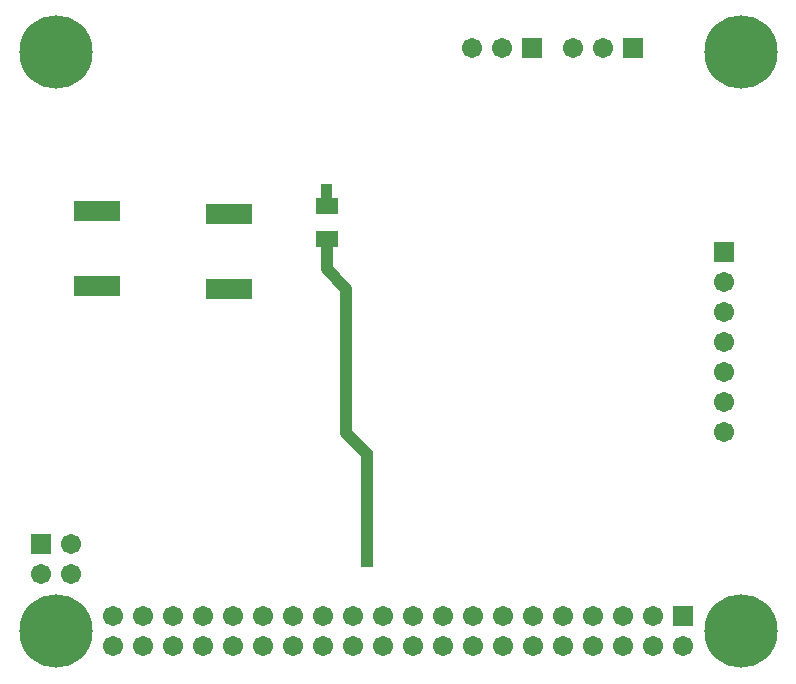
<source format=gbs>
G04*
G04 #@! TF.GenerationSoftware,Altium Limited,Altium Designer,20.1.8 (145)*
G04*
G04 Layer_Color=16711935*
%FSLAX44Y44*%
%MOMM*%
G71*
G04*
G04 #@! TF.SameCoordinates,D5C0B3DD-F8AF-49D1-A0DA-DDDA0C0BEC7C*
G04*
G04*
G04 #@! TF.FilePolarity,Negative*
G04*
G01*
G75*
%ADD66C,1.7032*%
%ADD67R,1.7032X1.7032*%
%ADD68R,1.7032X1.7032*%
%ADD69C,6.2032*%
%ADD71C,1.0000*%
%ADD85R,3.8532X1.8032*%
%ADD86R,1.8532X1.4032*%
G36*
X1076960Y431800D02*
X1066800D01*
Y529590D01*
X1076960D01*
X1076960Y431800D01*
D02*
G37*
G36*
X1041400Y755650D02*
X1041403Y755650D01*
X1042327Y755650D01*
X1042445Y755530D01*
X1042445Y730696D01*
X1032510Y730696D01*
X1032510Y755650D01*
X1041400Y755656D01*
X1041400Y755650D01*
D02*
G37*
D66*
X1374140Y546100D02*
D03*
Y571500D02*
D03*
Y596900D02*
D03*
Y622300D02*
D03*
Y673100D02*
D03*
Y647700D02*
D03*
X1245872Y871220D02*
D03*
X1271272D02*
D03*
X1160427D02*
D03*
X1185827D02*
D03*
X1339310Y364650D02*
D03*
X1313910Y390050D02*
D03*
Y364650D02*
D03*
X1288510Y390050D02*
D03*
Y364650D02*
D03*
X1263110Y390050D02*
D03*
Y364650D02*
D03*
X1237710Y390050D02*
D03*
Y364650D02*
D03*
X1212310Y390050D02*
D03*
Y364650D02*
D03*
X1186910Y390050D02*
D03*
Y364650D02*
D03*
X1161510Y390050D02*
D03*
Y364650D02*
D03*
X1136110Y390050D02*
D03*
Y364650D02*
D03*
X1110710Y390050D02*
D03*
Y364650D02*
D03*
X1085310Y390050D02*
D03*
Y364650D02*
D03*
X1059910Y390050D02*
D03*
Y364650D02*
D03*
X1034510Y390050D02*
D03*
Y364650D02*
D03*
X1009110Y390050D02*
D03*
Y364650D02*
D03*
X983710Y390050D02*
D03*
Y364650D02*
D03*
X958310Y390050D02*
D03*
Y364650D02*
D03*
X856710D02*
D03*
Y390050D02*
D03*
X882110Y364650D02*
D03*
Y390050D02*
D03*
X907510Y364650D02*
D03*
Y390050D02*
D03*
X932910Y364650D02*
D03*
Y390050D02*
D03*
X820710Y426050D02*
D03*
Y451450D02*
D03*
X795310Y426050D02*
D03*
D67*
X1374140Y698500D02*
D03*
D68*
X1296672Y871220D02*
D03*
X1211227D02*
D03*
X1339310Y390050D02*
D03*
X795310Y451450D02*
D03*
D69*
X808010Y867350D02*
D03*
Y377350D02*
D03*
X1388010Y867350D02*
D03*
Y377350D02*
D03*
D71*
X1071880Y520700D02*
Y527050D01*
X1054100Y544830D02*
X1071880Y527050D01*
X1054100Y544830D02*
Y667203D01*
X1037590Y683713D02*
X1054100Y667203D01*
X1037590Y683713D02*
Y711200D01*
D85*
X955040Y730250D02*
D03*
Y666750D02*
D03*
X843280Y669290D02*
D03*
Y732790D02*
D03*
D86*
X1037554Y709539D02*
D03*
Y737539D02*
D03*
M02*

</source>
